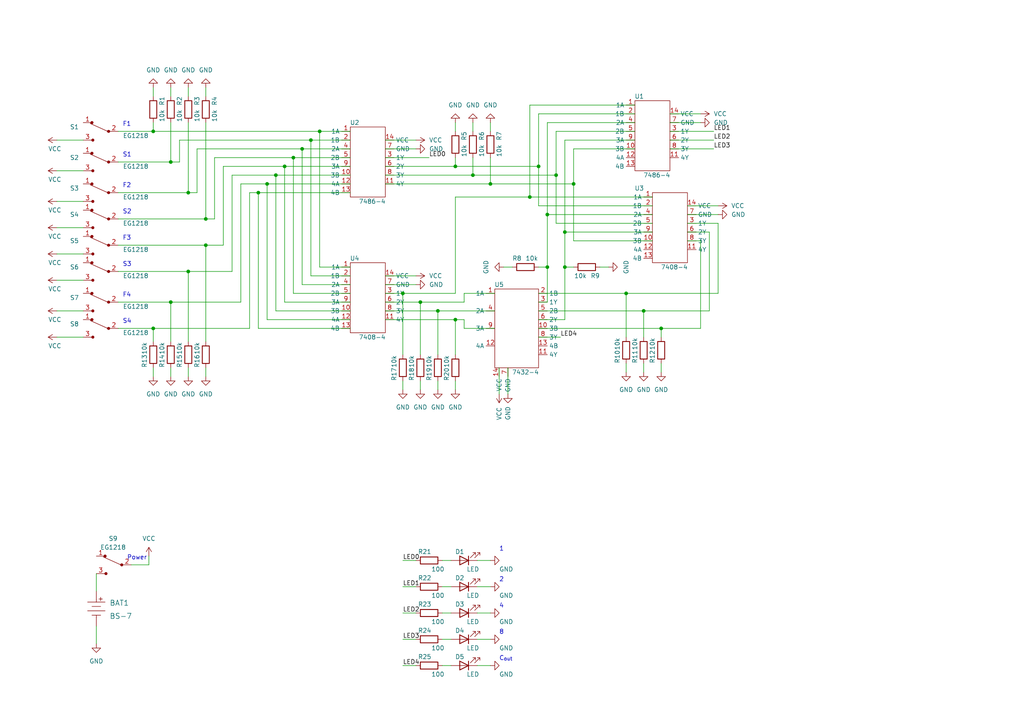
<source format=kicad_sch>
(kicad_sch (version 20211123) (generator eeschema)
  (paper "A4")
  (title_block (title "4-bit Binary Adder") (date "2022-05-31") (rev "v1.0") (comment 1 "https://creativecommons.org/licenses/by-sa/4.0/") (comment 2 "License: CC BY-SA 4.0") (comment 3 "Author: TwoSails"))
  (lib_symbols
    (symbol "4-bitAdder:7408-4"
      (property "Reference" "U" (at -5.08 11.43 0))
      (property "Value" "7408-4" (at 0 -11.43 0))
      (symbol "7408-4_0_1"
        (rectangle (start -6.35 10.16) (end 3.81 -10.16))
      )
      (symbol "7408-4_1_1"
        (pin input line (at -6.35 8.89 180) (length 2.54) (name "1A") (number "1"))
        (pin input line (at -6.35 -3.81 180) (length 2.54) (name "3B") (number "10"))
        (pin output line (at 3.81 -6.35 0) (length 2.54) (name "4Y") (number "11"))
        (pin input line (at -6.35 -6.35 180) (length 2.54) (name "4A") (number "12"))
        (pin input line (at -6.35 -8.89 180) (length 2.54) (name "4B") (number "13"))
        (pin input line (at 3.81 6.35 0) (length 2.54) (name "VCC") (number "14"))
        (pin input line (at -6.35 6.35 180) (length 2.54) (name "1B") (number "2"))
        (pin output line (at 3.81 1.27 0) (length 2.54) (name "1Y") (number "3"))
        (pin input line (at -6.35 3.81 180) (length 2.54) (name "2A") (number "4"))
        (pin input line (at -6.35 1.27 180) (length 2.54) (name "2B") (number "5"))
        (pin output line (at 3.81 -1.27 0) (length 2.54) (name "2Y") (number "6"))
        (pin input line (at 3.81 3.81 0) (length 2.54) (name "GND") (number "7"))
        (pin output line (at 3.81 -3.81 0) (length 2.54) (name "3Y") (number "8"))
        (pin input line (at -6.35 -1.27 180) (length 2.54) (name "3A") (number "9"))
      )
    )
    (symbol "4-bitAdder:7432-4"
      (property "Reference" "U?" (at -5.08 12.7 0))
      (property "Value" "7432-4" (at 2.54 -12.7 0))
      (symbol "7432-4_0_1"
        (rectangle (start -6.35 11.43) (end 6.35 -11.43))
      )
      (symbol "7432-4_1_1"
        (pin input line (at -6.35 10.16 180) (length 2.54) (name "1A") (number "1"))
        (pin input line (at 6.35 0 0) (length 2.54) (name "3B") (number "10"))
        (pin output line (at 6.35 -7.62 0) (length 2.54) (name "4Y") (number "11"))
        (pin input line (at -6.35 -5.08 180) (length 2.54) (name "4A") (number "12"))
        (pin input line (at 6.35 -5.08 0) (length 2.54) (name "4B") (number "13"))
        (pin input line (at -5.08 -11.43 270) (length 2.54) (name "VCC") (number "14"))
        (pin input line (at 6.35 10.16 0) (length 2.54) (name "1B") (number "2"))
        (pin output line (at 6.35 7.62 0) (length 2.54) (name "1Y") (number "3"))
        (pin input line (at -6.35 5.08 180) (length 2.54) (name "2A") (number "4"))
        (pin input line (at 6.35 5.08 0) (length 2.54) (name "2B") (number "5"))
        (pin output line (at 6.35 2.54 0) (length 2.54) (name "2Y") (number "6"))
        (pin input line (at -2.54 -11.43 270) (length 2.54) (name "GND") (number "7"))
        (pin output line (at 6.35 -2.54 0) (length 2.54) (name "3Y") (number "8"))
        (pin input line (at -6.35 0 180) (length 2.54) (name "3A") (number "9"))
      )
    )
    (symbol "4-bitAdder:7486-4"
      (property "Reference" "U?" (at 0 12.7 0))
      (property "Value" "7486-4" (at 1.27 -11.43 0))
      (symbol "7486-4_0_1"
        (rectangle (start -5.08 -10.16) (end 5.08 10.16))
      )
      (symbol "7486-4_1_1"
        (pin input line (at -5.08 8.89 180) (length 2.54) (name "1A") (number "1"))
        (pin input line (at -5.08 -3.81 180) (length 2.54) (name "3B") (number "10"))
        (pin output line (at 5.08 -6.35 0) (length 2.54) (name "4Y") (number "11"))
        (pin input line (at -5.08 -6.35 180) (length 2.54) (name "4A") (number "12"))
        (pin input line (at -5.08 -8.89 180) (length 2.54) (name "4B") (number "13"))
        (pin input line (at 5.08 6.35 0) (length 2.54) (name "VCC") (number "14"))
        (pin input line (at -5.08 6.35 180) (length 2.54) (name "1B") (number "2"))
        (pin output line (at 5.08 1.27 0) (length 2.54) (name "1Y") (number "3"))
        (pin input line (at -5.08 3.81 180) (length 2.54) (name "2A") (number "4"))
        (pin input line (at -5.08 1.27 180) (length 2.54) (name "2B") (number "5"))
        (pin output line (at 5.08 -1.27 0) (length 2.54) (name "2Y") (number "6"))
        (pin input line (at 5.08 3.81 0) (length 2.54) (name "GND") (number "7"))
        (pin output line (at 5.08 -3.81 0) (length 2.54) (name "3Y") (number "8"))
        (pin input line (at -5.08 -1.27 180) (length 2.54) (name "3A") (number "9"))
      )
    )
    (symbol "Device:LED" (pin_numbers hide) (pin_names (offset 1.016) hide)
      (property "Reference" "D" (at 0 2.54 0))
      (property "Value" "LED" (at 0 -2.54 0))
      (symbol "LED_0_1"
        (polyline (pts (xy -1.27 -1.27) (xy -1.27 1.27)) (stroke (width 0.254)))
        (polyline (pts (xy -1.27 0) (xy 1.27 0)))
        (polyline (pts (xy 1.27 -1.27) (xy 1.27 1.27) (xy -1.27 0) (xy 1.27 -1.27)) (stroke (width 0.254)))
        (polyline (pts (xy -3.048 -0.762) (xy -4.572 -2.286) (xy -3.81 -2.286) (xy -4.572 -2.286) (xy -4.572 -1.524)))
        (polyline (pts (xy -1.778 -0.762) (xy -3.302 -2.286) (xy -2.54 -2.286) (xy -3.302 -2.286) (xy -3.302 -1.524)))
      )
      (symbol "LED_1_1"
        (pin passive line (at -3.81 0 0) (length 2.54) (name "K") (number "1"))
        (pin passive line (at 3.81 0 180) (length 2.54) (name "A") (number "2"))
      )
    )
    (symbol "Device:R" (pin_numbers hide) (pin_names (offset 0))
      (property "Reference" "R" (at 2.032 0 90))
      (property "Value" "R" (at 0 0 90))
      (symbol "R_0_1"
        (rectangle (start -1.016 -2.54) (end 1.016 2.54) (stroke (width 0.254)))
      )
      (symbol "R_1_1"
        (pin passive line (at 0 3.81 270) (length 1.27) (name "~") (number "1"))
        (pin passive line (at 0 -3.81 90) (length 1.27) (name "~") (number "2"))
      )
    )
    (symbol "dk_Battery-Holders-Clips-Contacts:BS-7" (pin_numbers hide) (pin_names (offset 1.016))
      (property "Reference" "BAT" (at -1.27 3.81 0))
      (property "Value" "BS-7" (at -1.27 -3.81 0))
      (symbol "BS-7_1_1"
        (polyline (pts (xy 0 -2.54) (xy 0 -1.905)))
        (polyline (pts (xy 0 1.905) (xy 0 2.54)))
        (polyline (pts (xy 1.27 -1.905) (xy -1.27 -1.905)))
        (polyline (pts (xy 1.27 0.635) (xy -1.27 0.635)))
        (polyline (pts (xy 1.27 2.286) (xy 1.27 3.302)))
        (polyline (pts (xy 1.778 2.794) (xy 0.762 2.794)))
        (polyline (pts (xy 2.54 -0.635) (xy -2.54 -0.635)))
        (polyline (pts (xy 2.54 1.905) (xy -2.54 1.905)))
        (pin power_out line (at 0 -5.08 90) (length 2.54) (name "~") (number "Neg"))
        (pin power_out line (at 0 5.08 270) (length 2.54) (name "~") (number "Pos"))
      )
    )
    (symbol "dk_Slide-Switches:EG1218" (pin_names (offset 0))
      (property "Reference" "S" (at -3.81 2.286 0))
      (property "Value" "EG1218" (at 0 -5.334 0))
      (symbol "EG1218_0_1"
        (circle (center -2.286 0) (radius 0.3556) (fill (type outline)))
        (polyline (pts (xy -2.032 0) (xy 3.048 2.286)))
        (circle (center 2.286 -2.54) (radius 0.3556) (fill (type outline)))
        (circle (center 2.54 2.54) (radius 0.3556) (fill (type outline)))
      )
      (symbol "EG1218_1_1"
        (pin passive line (at 5.08 2.54 180) (length 2.54) (name "~") (number "1"))
        (pin passive line (at -5.08 0 0) (length 2.54) (name "~") (number "2"))
        (pin passive line (at 5.08 -2.54 180) (length 2.54) (name "~") (number "3"))
      )
    )
    (symbol "power:GND" (power) (pin_names (offset 0))
      (property "Value" "GND" (at 0 -3.81 0))
      (symbol "GND_0_1"
        (polyline (pts (xy 0 0) (xy 0 -1.27) (xy 1.27 -1.27) (xy 0 -2.54) (xy -1.27 -1.27) (xy 0 -1.27)))
      )
      (symbol "GND_1_1"
        (pin power_in line (at 0 0 270) (length 0) hide (name "GND") (number "1"))
      )
    )
    (symbol "power:VCC" (power) (pin_names (offset 0))
      (property "Value" "VCC" (at 0 3.81 0))
      (symbol "VCC_0_1"
        (polyline (pts (xy -0.762 1.27) (xy 0 2.54)))
        (polyline (pts (xy 0 0) (xy 0 2.54)))
        (polyline (pts (xy 0 2.54) (xy 0.762 1.27)))
      )
      (symbol "VCC_1_1"
        (pin power_in line (at 0 0 90) (length 0) hide (name "VCC") (number "1"))
      )
    )
  )
  (junction (at 181.61 85.09))
  (junction (at 158.75 77.47))
  (junction (at 44.45 38.1))
  (junction (at 90.17 40.64))
  (junction (at 186.69 90.17))
  (junction (at 77.47 53.34))
  (junction (at 116.84 85.09))
  (junction (at 54.61 78.74))
  (junction (at 191.77 95.25))
  (junction (at 163.83 77.47))
  (junction (at 163.83 67.31))
  (junction (at 166.37 53.34))
  (junction (at 127 90.17))
  (junction (at 74.93 55.88))
  (junction (at 132.08 92.71))
  (junction (at 44.45 95.25))
  (junction (at 82.55 48.26))
  (junction (at 156.21 48.26))
  (junction (at 161.29 50.8))
  (junction (at 153.67 57.15))
  (junction (at 85.09 45.72))
  (junction (at 59.69 63.5))
  (junction (at 54.61 55.88))
  (junction (at 49.53 46.99))
  (junction (at 49.53 87.63))
  (junction (at 87.63 43.18))
  (junction (at 142.24 53.34))
  (junction (at 158.75 62.23))
  (junction (at 121.92 87.63))
  (junction (at 92.71 38.1))
  (junction (at 80.01 50.8))
  (junction (at 59.69 71.12))
  (junction (at 137.16 50.8))
  (junction (at 132.08 48.26))
  (wire (pts (xy 90.17 40.64) (xy 101.6 40.64)))
  (wire (pts (xy 80.01 50.8) (xy 101.6 50.8)))
  (wire (pts (xy 59.69 71.12) (xy 59.69 99.06)))
  (wire (pts (xy 186.69 107.95) (xy 186.69 105.41)))
  (wire (pts (xy 127 110.49) (xy 127 113.03)))
  (wire (pts (xy 111.76 82.55) (xy 120.65 82.55)))
  (wire (pts (xy 134.62 85.09) (xy 143.51 85.09)))
  (wire (pts (xy 121.92 110.49) (xy 121.92 113.03)))
  (wire (pts (xy 134.62 95.25) (xy 143.51 95.25)))
  (wire (pts (xy 111.76 92.71) (xy 132.08 92.71)))
  (wire (pts (xy 54.61 106.68) (xy 54.61 109.22)))
  (wire (pts (xy 199.39 59.69) (xy 208.28 59.69)))
  (wire (pts (xy 132.08 92.71) (xy 132.08 102.87)))
  (wire (pts (xy 85.09 45.72) (xy 101.6 45.72)))
  (wire (pts (xy 34.29 55.88) (xy 54.61 55.88)))
  (wire (pts (xy 194.31 35.56) (xy 203.2 35.56)))
  (wire (pts (xy 128.27 177.8) (xy 130.81 177.8)))
  (wire (pts (xy 121.92 87.63) (xy 134.62 87.63)))
  (wire (pts (xy 137.16 35.56) (xy 137.16 38.1)))
  (wire (pts (xy 111.76 85.09) (xy 116.84 85.09)))
  (wire (pts (xy 163.83 67.31) (xy 163.83 77.47)))
  (wire (pts (xy 116.84 85.09) (xy 132.08 85.09)))
  (wire (pts (xy 181.61 85.09) (xy 208.28 85.09)))
  (wire (pts (xy 54.61 27.94) (xy 54.61 25.4)))
  (wire (pts (xy 142.24 53.34) (xy 166.37 53.34)))
  (wire (pts (xy 156.21 59.69) (xy 189.23 59.69)))
  (wire (pts (xy 77.47 53.34) (xy 77.47 92.71)))
  (wire (pts (xy 116.84 85.09) (xy 116.84 102.87)))
  (wire (pts (xy 44.45 95.25) (xy 72.39 95.25)))
  (wire (pts (xy 59.69 27.94) (xy 59.69 25.4)))
  (wire (pts (xy 128.27 170.18) (xy 130.81 170.18)))
  (wire (pts (xy 194.31 40.64) (xy 207.01 40.64)))
  (wire (pts (xy 166.37 69.85) (xy 189.23 69.85)))
  (wire (pts (xy 156.21 90.17) (xy 186.69 90.17)))
  (wire (pts (xy 186.69 90.17) (xy 186.69 97.79)))
  (wire (pts (xy 158.75 62.23) (xy 158.75 77.47)))
  (wire (pts (xy 147.32 106.68) (xy 147.32 114.3)))
  (wire (pts (xy 132.08 45.72) (xy 132.08 48.26)))
  (wire (pts (xy 49.53 106.68) (xy 49.53 109.22)))
  (wire (pts (xy 158.75 62.23) (xy 158.75 35.56)))
  (wire (pts (xy 111.76 87.63) (xy 121.92 87.63)))
  (wire (pts (xy 138.43 193.04) (xy 142.24 193.04)))
  (wire (pts (xy 85.09 85.09) (xy 85.09 45.72)))
  (wire (pts (xy 132.08 57.15) (xy 153.67 57.15)))
  (wire (pts (xy 69.85 53.34) (xy 77.47 53.34)))
  (wire (pts (xy 132.08 35.56) (xy 132.08 38.1)))
  (wire (pts (xy 64.77 71.12) (xy 59.69 71.12)))
  (wire (pts (xy 34.29 78.74) (xy 54.61 78.74)))
  (wire (pts (xy 203.2 69.85) (xy 203.2 95.25)))
  (wire (pts (xy 49.53 35.56) (xy 49.53 46.99)))
  (wire (pts (xy 64.77 48.26) (xy 82.55 48.26)))
  (wire (pts (xy 27.94 181.61) (xy 27.94 186.69)))
  (wire (pts (xy 128.27 162.56) (xy 130.81 162.56)))
  (wire (pts (xy 161.29 64.77) (xy 161.29 50.8)))
  (wire (pts (xy 161.29 50.8) (xy 161.29 38.1)))
  (wire (pts (xy 132.08 110.49) (xy 132.08 113.03)))
  (wire (pts (xy 54.61 78.74) (xy 67.31 78.74)))
  (wire (pts (xy 54.61 78.74) (xy 54.61 99.06)))
  (wire (pts (xy 199.39 62.23) (xy 208.28 62.23)))
  (wire (pts (xy 16.51 40.64) (xy 24.13 40.64)))
  (wire (pts (xy 54.61 35.56) (xy 54.61 55.88)))
  (wire (pts (xy 101.6 80.01) (xy 90.17 80.01)))
  (wire (pts (xy 166.37 53.34) (xy 166.37 43.18)))
  (wire (pts (xy 111.76 45.72) (xy 124.46 45.72)))
  (wire (pts (xy 134.62 87.63) (xy 134.62 85.09)))
  (wire (pts (xy 16.51 97.79) (xy 24.13 97.79)))
  (wire (pts (xy 92.71 38.1) (xy 101.6 38.1)))
  (wire (pts (xy 34.29 87.63) (xy 49.53 87.63)))
  (wire (pts (xy 163.83 77.47) (xy 166.37 77.47)))
  (wire (pts (xy 116.84 185.42) (xy 120.65 185.42)))
  (wire (pts (xy 101.6 90.17) (xy 80.01 90.17)))
  (wire (pts (xy 166.37 43.18) (xy 184.15 43.18)))
  (wire (pts (xy 111.76 80.01) (xy 120.65 80.01)))
  (wire (pts (xy 57.15 43.18) (xy 87.63 43.18)))
  (wire (pts (xy 49.53 27.94) (xy 49.53 25.4)))
  (wire (pts (xy 27.94 166.37) (xy 27.94 171.45)))
  (wire (pts (xy 163.83 67.31) (xy 163.83 40.64)))
  (wire (pts (xy 156.21 92.71) (xy 163.83 92.71)))
  (wire (pts (xy 72.39 95.25) (xy 72.39 55.88)))
  (wire (pts (xy 146.05 77.47) (xy 148.59 77.47)))
  (wire (pts (xy 72.39 55.88) (xy 74.93 55.88)))
  (wire (pts (xy 62.23 45.72) (xy 85.09 45.72)))
  (wire (pts (xy 161.29 64.77) (xy 189.23 64.77)))
  (wire (pts (xy 44.45 106.68) (xy 44.45 109.22)))
  (wire (pts (xy 166.37 69.85) (xy 166.37 53.34)))
  (wire (pts (xy 111.76 53.34) (xy 142.24 53.34)))
  (wire (pts (xy 74.93 95.25) (xy 74.93 55.88)))
  (wire (pts (xy 92.71 77.47) (xy 92.71 38.1)))
  (wire (pts (xy 191.77 107.95) (xy 191.77 105.41)))
  (wire (pts (xy 111.76 43.18) (xy 120.65 43.18)))
  (wire (pts (xy 161.29 38.1) (xy 184.15 38.1)))
  (wire (pts (xy 16.51 66.04) (xy 24.13 66.04)))
  (wire (pts (xy 128.27 185.42) (xy 130.81 185.42)))
  (wire (pts (xy 116.84 162.56) (xy 120.65 162.56)))
  (wire (pts (xy 116.84 193.04) (xy 120.65 193.04)))
  (wire (pts (xy 134.62 92.71) (xy 134.62 95.25)))
  (wire (pts (xy 16.51 58.42) (xy 24.13 58.42)))
  (wire (pts (xy 116.84 177.8) (xy 120.65 177.8)))
  (wire (pts (xy 138.43 177.8) (xy 142.24 177.8)))
  (wire (pts (xy 111.76 90.17) (xy 127 90.17)))
  (wire (pts (xy 111.76 48.26) (xy 132.08 48.26)))
  (wire (pts (xy 156.21 85.09) (xy 181.61 85.09)))
  (wire (pts (xy 186.69 90.17) (xy 205.74 90.17)))
  (wire (pts (xy 87.63 82.55) (xy 87.63 43.18)))
  (wire (pts (xy 34.29 95.25) (xy 44.45 95.25)))
  (wire (pts (xy 208.28 64.77) (xy 208.28 85.09)))
  (wire (pts (xy 38.1 163.83) (xy 43.18 163.83)))
  (wire (pts (xy 82.55 87.63) (xy 82.55 48.26)))
  (wire (pts (xy 16.51 81.28) (xy 24.13 81.28)))
  (wire (pts (xy 49.53 87.63) (xy 49.53 99.06)))
  (wire (pts (xy 138.43 170.18) (xy 142.24 170.18)))
  (wire (pts (xy 191.77 95.25) (xy 191.77 97.79)))
  (wire (pts (xy 67.31 78.74) (xy 67.31 50.8)))
  (wire (pts (xy 111.76 50.8) (xy 137.16 50.8)))
  (wire (pts (xy 43.18 163.83) (xy 43.18 161.29)))
  (wire (pts (xy 194.31 33.02) (xy 203.2 33.02)))
  (wire (pts (xy 34.29 63.5) (xy 59.69 63.5)))
  (wire (pts (xy 156.21 48.26) (xy 156.21 33.02)))
  (wire (pts (xy 67.31 50.8) (xy 80.01 50.8)))
  (wire (pts (xy 199.39 69.85) (xy 203.2 69.85)))
  (wire (pts (xy 203.2 95.25) (xy 191.77 95.25)))
  (wire (pts (xy 163.83 67.31) (xy 189.23 67.31)))
  (wire (pts (xy 138.43 185.42) (xy 142.24 185.42)))
  (wire (pts (xy 57.15 55.88) (xy 57.15 43.18)))
  (wire (pts (xy 74.93 55.88) (xy 101.6 55.88)))
  (wire (pts (xy 87.63 43.18) (xy 101.6 43.18)))
  (wire (pts (xy 44.45 95.25) (xy 44.45 99.06)))
  (wire (pts (xy 116.84 170.18) (xy 120.65 170.18)))
  (wire (pts (xy 156.21 87.63) (xy 158.75 87.63)))
  (wire (pts (xy 181.61 107.95) (xy 181.61 105.41)))
  (wire (pts (xy 64.77 71.12) (xy 64.77 48.26)))
  (wire (pts (xy 156.21 48.26) (xy 156.21 59.69)))
  (wire (pts (xy 52.07 46.99) (xy 52.07 40.64)))
  (wire (pts (xy 90.17 80.01) (xy 90.17 40.64)))
  (wire (pts (xy 142.24 45.72) (xy 142.24 53.34)))
  (wire (pts (xy 153.67 57.15) (xy 189.23 57.15)))
  (wire (pts (xy 153.67 30.48) (xy 184.15 30.48)))
  (wire (pts (xy 34.29 71.12) (xy 59.69 71.12)))
  (wire (pts (xy 44.45 27.94) (xy 44.45 25.4)))
  (wire (pts (xy 163.83 77.47) (xy 163.83 92.71)))
  (wire (pts (xy 101.6 95.25) (xy 74.93 95.25)))
  (wire (pts (xy 111.76 40.64) (xy 120.65 40.64)))
  (wire (pts (xy 181.61 85.09) (xy 181.61 97.79)))
  (wire (pts (xy 128.27 193.04) (xy 130.81 193.04)))
  (wire (pts (xy 205.74 67.31) (xy 205.74 90.17)))
  (wire (pts (xy 62.23 63.5) (xy 59.69 63.5)))
  (wire (pts (xy 153.67 57.15) (xy 153.67 30.48)))
  (wire (pts (xy 49.53 46.99) (xy 52.07 46.99)))
  (wire (pts (xy 137.16 45.72) (xy 137.16 50.8)))
  (wire (pts (xy 82.55 48.26) (xy 101.6 48.26)))
  (wire (pts (xy 158.75 77.47) (xy 158.75 87.63)))
  (wire (pts (xy 34.29 46.99) (xy 49.53 46.99)))
  (wire (pts (xy 144.78 106.68) (xy 144.78 114.3)))
  (wire (pts (xy 49.53 87.63) (xy 69.85 87.63)))
  (wire (pts (xy 101.6 85.09) (xy 85.09 85.09)))
  (wire (pts (xy 44.45 38.1) (xy 92.71 38.1)))
  (wire (pts (xy 199.39 67.31) (xy 205.74 67.31)))
  (wire (pts (xy 16.51 49.53) (xy 24.13 49.53)))
  (wire (pts (xy 138.43 162.56) (xy 142.24 162.56)))
  (wire (pts (xy 16.51 90.17) (xy 24.13 90.17)))
  (wire (pts (xy 142.24 35.56) (xy 142.24 38.1)))
  (wire (pts (xy 176.53 77.47) (xy 173.99 77.47)))
  (wire (pts (xy 121.92 87.63) (xy 121.92 102.87)))
  (wire (pts (xy 80.01 90.17) (xy 80.01 50.8)))
  (wire (pts (xy 34.29 38.1) (xy 44.45 38.1)))
  (wire (pts (xy 158.75 35.56) (xy 184.15 35.56)))
  (wire (pts (xy 132.08 48.26) (xy 156.21 48.26)))
  (wire (pts (xy 199.39 64.77) (xy 208.28 64.77)))
  (wire (pts (xy 137.16 50.8) (xy 161.29 50.8)))
  (wire (pts (xy 52.07 40.64) (xy 90.17 40.64)))
  (wire (pts (xy 44.45 35.56) (xy 44.45 38.1)))
  (wire (pts (xy 69.85 87.63) (xy 69.85 53.34)))
  (wire (pts (xy 194.31 38.1) (xy 207.01 38.1)))
  (wire (pts (xy 77.47 53.34) (xy 101.6 53.34)))
  (wire (pts (xy 62.23 63.5) (xy 62.23 45.72)))
  (wire (pts (xy 59.69 106.68) (xy 59.69 109.22)))
  (wire (pts (xy 158.75 62.23) (xy 189.23 62.23)))
  (wire (pts (xy 101.6 82.55) (xy 87.63 82.55)))
  (wire (pts (xy 132.08 92.71) (xy 134.62 92.71)))
  (wire (pts (xy 163.83 40.64) (xy 184.15 40.64)))
  (wire (pts (xy 16.51 73.66) (xy 24.13 73.66)))
  (wire (pts (xy 156.21 33.02) (xy 184.15 33.02)))
  (wire (pts (xy 59.69 35.56) (xy 59.69 63.5)))
  (wire (pts (xy 194.31 43.18) (xy 207.01 43.18)))
  (wire (pts (xy 191.77 95.25) (xy 156.21 95.25)))
  (wire (pts (xy 54.61 55.88) (xy 57.15 55.88)))
  (wire (pts (xy 127 90.17) (xy 127 102.87)))
  (wire (pts (xy 132.08 85.09) (xy 132.08 57.15)))
  (wire (pts (xy 101.6 77.47) (xy 92.71 77.47)))
  (wire (pts (xy 156.21 97.79) (xy 162.56 97.79)))
  (wire (pts (xy 116.84 110.49) (xy 116.84 113.03)))
  (wire (pts (xy 156.21 77.47) (xy 158.75 77.47)))
  (wire (pts (xy 101.6 87.63) (xy 82.55 87.63)))
  (wire (pts (xy 101.6 92.71) (xy 77.47 92.71)))
  (wire (pts (xy 127 90.17) (xy 143.51 90.17)))
  (text "Power\n" (at 36.83 162.56 0) (effects (font (size 1.27 1.27)) (justify left bottom)))
  (text "S2" (at 35.56 62.23 0) (effects (font (size 1.27 1.27)) (justify left bottom)))
  (text "F4" (at 35.56 86.36 0) (effects (font (size 1.27 1.27)) (justify left bottom)))
  (text "S4" (at 35.56 93.98 0) (effects (font (size 1.27 1.27)) (justify left bottom)))
  (text "S1" (at 35.56 45.72 0) (effects (font (size 1.27 1.27)) (justify left bottom)))
  (text "2\n" (at 144.78 168.91 0) (effects (font (size 1.27 1.27)) (justify left bottom)))
  (text "1\n" (at 144.78 160.02 0) (effects (font (size 1.27 1.27)) (justify left bottom)))
  (text "F2" (at 35.56 54.61 0) (effects (font (size 1.27 1.27)) (justify left bottom)))
  (text "F3" (at 35.56 69.85 0) (effects (font (size 1.27 1.27)) (justify left bottom)))
  (text "F1" (at 35.56 36.83 0) (effects (font (size 1.27 1.27)) (justify left bottom)))
  (text "4" (at 144.78 176.53 0) (effects (font (size 1.27 1.27)) (justify left bottom)))
  (text "8" (at 144.78 184.15 0) (effects (font (size 1.27 1.27)) (justify left bottom)))
  (text "S3" (at 35.56 77.47 0) (effects (font (size 1.27 1.27)) (justify left bottom)))
  (text "C_{out}\n" (at 144.78 191.77 0) (effects (font (size 1.27 1.27)) (justify left bottom)))
  (label "LED4" (at 116.84 193.04 0))
  (label "LED4" (at 162.56 97.79 0))
  (label "LED0" (at 116.84 162.56 0))
  (label "LED1" (at 207.01 38.1 0))
  (label "LED1" (at 116.84 170.18 0))
  (label "LED2" (at 116.84 177.8 0))
  (label "LED3" (at 207.01 43.18 0))
  (label "LED3" (at 116.84 185.42 0))
  (label "LED0" (at 124.46 45.72 0))
  (label "LED2" (at 207.01 40.64 0))
  (symbol (lib_id "power:GND") (at 142.24 35.56 180) (unit 1)
    (property "Reference" "#PWR08" (effects hide))
    (property "Value" "GND" (at 142.24 30.48 0))
  )
  (symbol (lib_id "dk_Slide-Switches:EG1218") (at 33.02 163.83 0) (mirror y) (unit 1)
    (property "Reference" "S9" (at 32.8168 156.21 0))
    (property "Value" "EG1218" (at 32.8168 158.75 0))
    (property "Footprint" "digikey-footprints:Switch_Slide_11.6x4mm_EG1218" (effects hide))
    (property "Datasheet" "http://spec_sheets.e-switch.com/specs/P040040.pdf" (effects hide))
    (property "Digi-Key_PN" "EG1903-ND" (effects hide))
    (property "MPN" "EG1218" (effects hide))
    (property "Category" "Switches" (effects hide))
    (property "Family" "Slide Switches" (effects hide))
    (property "DK_Datasheet_Link" "http://spec_sheets.e-switch.com/specs/P040040.pdf" (effects hide))
    (property "DK_Detail_Page" "/product-detail/en/e-switch/EG1218/EG1903-ND/101726" (effects hide))
    (property "Description" "SWITCH SLIDE SPDT 200MA 30V" (effects hide))
    (property "Manufacturer" "E-Switch" (effects hide))
    (property "Status" "Active" (effects hide))
  )
  (symbol (lib_id "Device:R") (at 44.45 102.87 0) (unit 1)
    (property "Reference" "R13" (at 41.91 106.68 90) (effects (justify left)))
    (property "Value" "10k" (at 41.91 102.87 90) (effects (justify left)))
    (property "Footprint" "Resistor_THT:R_Axial_DIN0207_L6.3mm_D2.5mm_P7.62mm_Horizontal" (effects hide))
  )
  (symbol (lib_id "Device:LED") (at 134.62 193.04 180) (unit 1)
    (property "Reference" "D5" (at 133.35 190.5 0))
    (property "Value" "LED" (at 137.16 195.58 0))
    (property "Footprint" "LED_THT:LED_D3.0mm" (effects hide))
  )
  (symbol (lib_id "power:GND") (at 27.94 186.69 0) (unit 1)
    (property "Reference" "#PWR044" (effects hide))
    (property "Value" "GND" (at 27.94 191.77 0))
  )
  (symbol (lib_id "Device:R") (at 54.61 102.87 0) (unit 1)
    (property "Reference" "R15" (at 52.07 106.68 90) (effects (justify left)))
    (property "Value" "10k" (at 52.07 102.87 90) (effects (justify left)))
    (property "Footprint" "Resistor_THT:R_Axial_DIN0207_L6.3mm_D2.5mm_P7.62mm_Horizontal" (effects hide))
  )
  (symbol (lib_id "Device:R") (at 124.46 193.04 90) (unit 1)
    (property "Reference" "R25" (at 123.19 190.5 90))
    (property "Value" "100" (at 127 195.58 90))
    (property "Footprint" "Resistor_THT:R_Axial_DIN0207_L6.3mm_D2.5mm_P7.62mm_Horizontal" (effects hide))
  )
  (symbol (lib_id "power:GND") (at 132.08 35.56 180) (unit 1)
    (property "Reference" "#PWR06" (effects hide))
    (property "Value" "GND" (at 132.08 30.48 0))
  )
  (symbol (lib_id "power:GND") (at 142.24 177.8 90) (unit 1)
    (property "Reference" "#PWR042" (effects hide))
    (property "Value" "GND" (at 144.78 180.34 90) (effects (justify right)))
  )
  (symbol (lib_id "power:VCC") (at 16.51 49.53 90) (unit 1)
    (property "Reference" "#PWR013" (effects hide))
    (property "Value" "VCC" (at 13.97 52.07 90) (effects (justify right)))
  )
  (symbol (lib_id "Device:R") (at 49.53 102.87 0) (unit 1)
    (property "Reference" "R14" (at 46.99 106.68 90) (effects (justify left)))
    (property "Value" "10k" (at 46.99 102.87 90) (effects (justify left)))
    (property "Footprint" "Resistor_THT:R_Axial_DIN0207_L6.3mm_D2.5mm_P7.62mm_Horizontal" (effects hide))
  )
  (symbol (lib_id "4-bitAdder:7408-4") (at 107.95 86.36 0) (unit 1)
    (property "Reference" "U4" (at 102.87 74.93 0))
    (property "Value" "7408-4" (at 107.95 97.79 0))
    (property "Footprint" "4-bitAdder:IC7408-4-PDIP" (effects hide))
  )
  (symbol (lib_id "power:GND") (at 54.61 109.22 0) (unit 1)
    (property "Reference" "#PWR031" (effects hide))
    (property "Value" "GND" (at 54.61 114.3 0))
  )
  (symbol (lib_id "power:GND") (at 59.69 25.4 180) (unit 1)
    (property "Reference" "#PWR04" (effects hide))
    (property "Value" "GND" (at 59.69 20.32 0))
  )
  (symbol (lib_id "power:GND") (at 142.24 162.56 90) (unit 1)
    (property "Reference" "#PWR040" (effects hide))
    (property "Value" "GND" (at 144.78 165.1 90) (effects (justify right)))
  )
  (symbol (lib_id "dk_Slide-Switches:EG1218") (at 29.21 63.5 0) (mirror y) (unit 1)
    (property "Reference" "S4" (at 21.59 62.23 0))
    (property "Value" "EG1218" (at 39.37 64.77 0))
    (property "Footprint" "digikey-footprints:Switch_Slide_11.6x4mm_EG1218" (effects hide))
    (property "Datasheet" "http://spec_sheets.e-switch.com/specs/P040040.pdf" (effects hide))
    (property "Digi-Key_PN" "EG1903-ND" (effects hide))
    (property "MPN" "EG1218" (effects hide))
    (property "Category" "Switches" (effects hide))
    (property "Family" "Slide Switches" (effects hide))
    (property "DK_Datasheet_Link" "http://spec_sheets.e-switch.com/specs/P040040.pdf" (effects hide))
    (property "DK_Detail_Page" "/product-detail/en/e-switch/EG1218/EG1903-ND/101726" (effects hide))
    (property "Description" "SWITCH SLIDE SPDT 200MA 30V" (effects hide))
    (property "Manufacturer" "E-Switch" (effects hide))
    (property "Status" "Active" (effects hide))
  )
  (symbol (lib_id "power:VCC") (at 16.51 73.66 90) (unit 1)
    (property "Reference" "#PWR018" (effects hide))
    (property "Value" "VCC" (at 13.97 76.2 90) (effects (justify right)))
  )
  (symbol (lib_id "power:GND") (at 181.61 107.95 0) (unit 1)
    (property "Reference" "#PWR026" (effects hide))
    (property "Value" "GND" (at 181.61 113.03 0))
  )
  (symbol (lib_id "power:VCC") (at 16.51 66.04 90) (unit 1)
    (property "Reference" "#PWR017" (effects hide))
    (property "Value" "VCC" (at 13.97 68.58 90) (effects (justify right)))
  )
  (symbol (lib_id "dk_Slide-Switches:EG1218") (at 29.21 55.88 0) (mirror y) (unit 1)
    (property "Reference" "S3" (at 21.59 54.61 0))
    (property "Value" "EG1218" (at 39.37 57.15 0))
    (property "Footprint" "digikey-footprints:Switch_Slide_11.6x4mm_EG1218" (effects hide))
    (property "Datasheet" "http://spec_sheets.e-switch.com/specs/P040040.pdf" (effects hide))
    (property "Digi-Key_PN" "EG1903-ND" (effects hide))
    (property "MPN" "EG1218" (effects hide))
    (property "Category" "Switches" (effects hide))
    (property "Family" "Slide Switches" (effects hide))
    (property "DK_Datasheet_Link" "http://spec_sheets.e-switch.com/specs/P040040.pdf" (effects hide))
    (property "DK_Detail_Page" "/product-detail/en/e-switch/EG1218/EG1903-ND/101726" (effects hide))
    (property "Description" "SWITCH SLIDE SPDT 200MA 30V" (effects hide))
    (property "Manufacturer" "E-Switch" (effects hide))
    (property "Status" "Active" (effects hide))
  )
  (symbol (lib_id "power:GND") (at 142.24 193.04 90) (unit 1)
    (property "Reference" "#PWR045" (effects hide))
    (property "Value" "GND" (at 144.78 195.58 90) (effects (justify right)))
  )
  (symbol (lib_id "Device:R") (at 121.92 106.68 0) (unit 1)
    (property "Reference" "R18" (at 119.38 110.49 90) (effects (justify left)))
    (property "Value" "10k" (at 119.38 106.68 90) (effects (justify left)))
    (property "Footprint" "Resistor_THT:R_Axial_DIN0207_L6.3mm_D2.5mm_P7.62mm_Horizontal" (effects hide))
  )
  (symbol (lib_id "Device:R") (at 44.45 31.75 180) (unit 1)
    (property "Reference" "R1" (at 46.99 27.94 90) (effects (justify left)))
    (property "Value" "10k" (at 46.99 31.75 90) (effects (justify left)))
    (property "Footprint" "Resistor_THT:R_Axial_DIN0207_L6.3mm_D2.5mm_P7.62mm_Horizontal" (effects hide))
  )
  (symbol (lib_id "Device:R") (at 170.18 77.47 90) (unit 1)
    (property "Reference" "R9" (at 173.99 80.01 90) (effects (justify left)))
    (property "Value" "10k" (at 170.18 80.01 90) (effects (justify left)))
    (property "Footprint" "Resistor_THT:R_Axial_DIN0207_L6.3mm_D2.5mm_P7.62mm_Horizontal" (effects hide))
  )
  (symbol (lib_id "power:VCC") (at 43.18 161.29 0) (unit 1)
    (property "Reference" "#PWR039" (effects hide))
    (property "Value" "VCC" (at 43.18 156.21 0))
  )
  (symbol (lib_id "Device:R") (at 116.84 106.68 0) (unit 1)
    (property "Reference" "R17" (at 114.3 110.49 90) (effects (justify left)))
    (property "Value" "10k" (at 114.3 106.68 90) (effects (justify left)))
    (property "Footprint" "Resistor_THT:R_Axial_DIN0207_L6.3mm_D2.5mm_P7.62mm_Horizontal" (effects hide))
  )
  (symbol (lib_id "Device:R") (at 132.08 106.68 0) (unit 1)
    (property "Reference" "R20" (at 129.54 110.49 90) (effects (justify left)))
    (property "Value" "10k" (at 129.54 106.68 90) (effects (justify left)))
    (property "Footprint" "Resistor_THT:R_Axial_DIN0207_L6.3mm_D2.5mm_P7.62mm_Horizontal" (effects hide))
  )
  (symbol (lib_id "4-bitAdder:7432-4") (at 149.86 95.25 0) (unit 1)
    (property "Reference" "U5" (at 144.78 82.55 0))
    (property "Value" "7432-4" (at 152.4 107.95 0))
    (property "Footprint" "4-bitAdder:IC7432-4-PDIP" (effects hide))
  )
  (symbol (lib_id "Device:LED") (at 134.62 177.8 180) (unit 1)
    (property "Reference" "D3" (at 133.35 175.26 0))
    (property "Value" "LED" (at 137.16 180.34 0))
    (property "Footprint" "LED_THT:LED_D3.0mm" (effects hide))
  )
  (symbol (lib_id "power:VCC") (at 120.65 80.01 270) (unit 1)
    (property "Reference" "#PWR021" (effects hide))
    (property "Value" "VCC" (at 128.27 80.01 90) (effects (justify right)))
  )
  (symbol (lib_id "power:VCC") (at 16.51 58.42 90) (unit 1)
    (property "Reference" "#PWR014" (effects hide))
    (property "Value" "VCC" (at 13.97 60.96 90) (effects (justify right)))
  )
  (symbol (lib_id "Device:R") (at 186.69 101.6 0) (unit 1)
    (property "Reference" "R11" (at 184.15 105.41 90) (effects (justify left)))
    (property "Value" "10k" (at 184.15 101.6 90) (effects (justify left)))
    (property "Footprint" "Resistor_THT:R_Axial_DIN0207_L6.3mm_D2.5mm_P7.62mm_Horizontal" (effects hide))
  )
  (symbol (lib_id "power:VCC") (at 16.51 81.28 90) (unit 1)
    (property "Reference" "#PWR022" (effects hide))
    (property "Value" "VCC" (at 13.97 83.82 90) (effects (justify right)))
  )
  (symbol (lib_id "dk_Slide-Switches:EG1218") (at 29.21 95.25 0) (mirror y) (unit 1)
    (property "Reference" "S8" (at 21.59 93.98 0))
    (property "Value" "EG1218" (at 39.37 96.52 0))
    (property "Footprint" "digikey-footprints:Switch_Slide_11.6x4mm_EG1218" (effects hide))
    (property "Datasheet" "http://spec_sheets.e-switch.com/specs/P040040.pdf" (effects hide))
    (property "Digi-Key_PN" "EG1903-ND" (effects hide))
    (property "MPN" "EG1218" (effects hide))
    (property "Category" "Switches" (effects hide))
    (property "Family" "Slide Switches" (effects hide))
    (property "DK_Datasheet_Link" "http://spec_sheets.e-switch.com/specs/P040040.pdf" (effects hide))
    (property "DK_Detail_Page" "/product-detail/en/e-switch/EG1218/EG1903-ND/101726" (effects hide))
    (property "Description" "SWITCH SLIDE SPDT 200MA 30V" (effects hide))
    (property "Manufacturer" "E-Switch" (effects hide))
    (property "Status" "Active" (effects hide))
  )
  (symbol (lib_id "Device:R") (at 181.61 101.6 0) (unit 1)
    (property "Reference" "R10" (at 179.07 105.41 90) (effects (justify left)))
    (property "Value" "10k" (at 179.07 101.6 90) (effects (justify left)))
    (property "Footprint" "Resistor_THT:R_Axial_DIN0207_L6.3mm_D2.5mm_P7.62mm_Horizontal" (effects hide))
  )
  (symbol (lib_id "power:VCC") (at 144.78 114.3 180) (unit 1)
    (property "Reference" "#PWR037" (effects hide))
    (property "Value" "VCC" (at 144.78 121.92 90) (effects (justify right)))
  )
  (symbol (lib_id "dk_Slide-Switches:EG1218") (at 29.21 46.99 0) (mirror y) (unit 1)
    (property "Reference" "S2" (at 21.59 45.72 0))
    (property "Value" "EG1218" (at 39.37 48.26 0))
    (property "Footprint" "digikey-footprints:Switch_Slide_11.6x4mm_EG1218" (effects hide))
    (property "Datasheet" "http://spec_sheets.e-switch.com/specs/P040040.pdf" (effects hide))
    (property "Digi-Key_PN" "EG1903-ND" (effects hide))
    (property "MPN" "EG1218" (effects hide))
    (property "Category" "Switches" (effects hide))
    (property "Family" "Slide Switches" (effects hide))
    (property "DK_Datasheet_Link" "http://spec_sheets.e-switch.com/specs/P040040.pdf" (effects hide))
    (property "DK_Detail_Page" "/product-detail/en/e-switch/EG1218/EG1903-ND/101726" (effects hide))
    (property "Description" "SWITCH SLIDE SPDT 200MA 30V" (effects hide))
    (property "Manufacturer" "E-Switch" (effects hide))
    (property "Status" "Active" (effects hide))
  )
  (symbol (lib_id "Device:R") (at 54.61 31.75 180) (unit 1)
    (property "Reference" "R3" (at 57.15 27.94 90) (effects (justify left)))
    (property "Value" "10k" (at 57.15 31.75 90) (effects (justify left)))
    (property "Footprint" "Resistor_THT:R_Axial_DIN0207_L6.3mm_D2.5mm_P7.62mm_Horizontal" (effects hide))
  )
  (symbol (lib_id "dk_Slide-Switches:EG1218") (at 29.21 87.63 0) (mirror y) (unit 1)
    (property "Reference" "S7" (at 21.59 86.36 0))
    (property "Value" "EG1218" (at 39.37 88.9 0))
    (property "Footprint" "digikey-footprints:Switch_Slide_11.6x4mm_EG1218" (effects hide))
    (property "Datasheet" "http://spec_sheets.e-switch.com/specs/P040040.pdf" (effects hide))
    (property "Digi-Key_PN" "EG1903-ND" (effects hide))
    (property "MPN" "EG1218" (effects hide))
    (property "Category" "Switches" (effects hide))
    (property "Family" "Slide Switches" (effects hide))
    (property "DK_Datasheet_Link" "http://spec_sheets.e-switch.com/specs/P040040.pdf" (effects hide))
    (property "DK_Detail_Page" "/product-detail/en/e-switch/EG1218/EG1903-ND/101726" (effects hide))
    (property "Description" "SWITCH SLIDE SPDT 200MA 30V" (effects hide))
    (property "Manufacturer" "E-Switch" (effects hide))
    (property "Status" "Active" (effects hide))
  )
  (symbol (lib_id "power:GND") (at 59.69 109.22 0) (unit 1)
    (property "Reference" "#PWR032" (effects hide))
    (property "Value" "GND" (at 59.69 114.3 0))
  )
  (symbol (lib_id "power:GND") (at 49.53 25.4 180) (unit 1)
    (property "Reference" "#PWR02" (effects hide))
    (property "Value" "GND" (at 49.53 20.32 0))
  )
  (symbol (lib_id "power:VCC") (at 203.2 33.02 270) (unit 1)
    (property "Reference" "#PWR05" (effects hide))
    (property "Value" "VCC" (at 210.82 33.02 90) (effects (justify right)))
  )
  (symbol (lib_id "power:GND") (at 44.45 25.4 180) (unit 1)
    (property "Reference" "#PWR01" (effects hide))
    (property "Value" "GND" (at 44.45 20.32 0))
  )
  (symbol (lib_id "dk_Battery-Holders-Clips-Contacts:BS-7") (at 27.94 176.53 0) (unit 1)
    (property "Reference" "BAT1" (at 31.75 174.879 0) (effects (font (size 1.524 1.524)) (justify left)))
    (property "Value" "BS-7" (at 31.75 178.689 0) (effects (font (size 1.524 1.524)) (justify left)))
    (property "Footprint" "digikey-footprints:Battery_Holder_Coin_2032_BS-7" (effects hide))
    (property "Datasheet" "http://www.memoryprotectiondevices.com/datasheets/BS-7-datasheet.pdf" (effects hide))
    (property "Digi-Key_PN" "BS-7-ND" (effects hide))
    (property "MPN" "BS-7" (effects hide))
    (property "Category" "Battery Products" (effects hide))
    (property "Family" "Battery Holders, Clips, Contacts" (effects hide))
    (property "DK_Datasheet_Link" "http://www.memoryprotectiondevices.com/datasheets/BS-7-datasheet.pdf" (effects hide))
    (property "DK_Detail_Page" "/product-detail/en/mpd-memory-protection-devices/BS-7/BS-7-ND/389447" (effects hide))
    (property "Description" "BATTERY HOLDER COIN 20MM PC PIN" (effects hide))
    (property "Manufacturer" "MPD (Memory Protection Devices)" (effects hide))
    (property "Status" "Active" (effects hide))
  )
  (symbol (lib_id "power:GND") (at 120.65 82.55 90) (unit 1)
    (property "Reference" "#PWR023" (effects hide))
    (property "Value" "GND" (at 124.46 82.5499 90) (effects (justify right)))
  )
  (symbol (lib_id "power:GND") (at 176.53 77.47 90) (unit 1)
    (property "Reference" "#PWR020" (effects hide))
    (property "Value" "GND" (at 181.61 77.47 0))
  )
  (symbol (lib_id "dk_Slide-Switches:EG1218") (at 29.21 71.12 0) (mirror y) (unit 1)
    (property "Reference" "S5" (at 21.59 69.85 0))
    (property "Value" "EG1218" (at 39.37 72.39 0))
    (property "Footprint" "digikey-footprints:Switch_Slide_11.6x4mm_EG1218" (effects hide))
    (property "Datasheet" "http://spec_sheets.e-switch.com/specs/P040040.pdf" (effects hide))
    (property "Digi-Key_PN" "EG1903-ND" (effects hide))
    (property "MPN" "EG1218" (effects hide))
    (property "Category" "Switches" (effects hide))
    (property "Family" "Slide Switches" (effects hide))
    (property "DK_Datasheet_Link" "http://spec_sheets.e-switch.com/specs/P040040.pdf" (effects hide))
    (property "DK_Detail_Page" "/product-detail/en/e-switch/EG1218/EG1903-ND/101726" (effects hide))
    (property "Description" "SWITCH SLIDE SPDT 200MA 30V" (effects hide))
    (property "Manufacturer" "E-Switch" (effects hide))
    (property "Status" "Active" (effects hide))
  )
  (symbol (lib_id "power:VCC") (at 16.51 40.64 90) (unit 1)
    (property "Reference" "#PWR010" (effects hide))
    (property "Value" "VCC" (at 13.97 43.18 90) (effects (justify right)))
  )
  (symbol (lib_id "Device:LED") (at 134.62 185.42 180) (unit 1)
    (property "Reference" "D4" (at 133.35 182.88 0))
    (property "Value" "LED" (at 137.16 187.96 0))
    (property "Footprint" "LED_THT:LED_D3.0mm" (effects hide))
  )
  (symbol (lib_id "power:VCC") (at 16.51 90.17 90) (unit 1)
    (property "Reference" "#PWR024" (effects hide))
    (property "Value" "VCC" (at 13.97 92.71 90) (effects (justify right)))
  )
  (symbol (lib_id "power:GND") (at 186.69 107.95 0) (unit 1)
    (property "Reference" "#PWR027" (effects hide))
    (property "Value" "GND" (at 186.69 113.03 0))
  )
  (symbol (lib_id "power:GND") (at 147.32 114.3 0) (unit 1)
    (property "Reference" "#PWR038" (effects hide))
    (property "Value" "GND" (at 147.32 121.92 90) (effects (justify left)))
  )
  (symbol (lib_id "power:GND") (at 44.45 109.22 0) (unit 1)
    (property "Reference" "#PWR029" (effects hide))
    (property "Value" "GND" (at 44.45 114.3 0))
  )
  (symbol (lib_id "Device:R") (at 59.69 102.87 0) (unit 1)
    (property "Reference" "R16" (at 57.15 106.68 90) (effects (justify left)))
    (property "Value" "10k" (at 57.15 102.87 90) (effects (justify left)))
    (property "Footprint" "Resistor_THT:R_Axial_DIN0207_L6.3mm_D2.5mm_P7.62mm_Horizontal" (effects hide))
  )
  (symbol (lib_id "power:GND") (at 146.05 77.47 270) (unit 1)
    (property "Reference" "#PWR019" (effects hide))
    (property "Value" "GND" (at 140.97 77.47 0))
  )
  (symbol (lib_id "power:GND") (at 137.16 35.56 180) (unit 1)
    (property "Reference" "#PWR07" (effects hide))
    (property "Value" "GND" (at 137.16 30.48 0))
  )
  (symbol (lib_id "power:VCC") (at 120.65 40.64 270) (unit 1)
    (property "Reference" "#PWR011" (effects hide))
    (property "Value" "VCC" (at 128.27 40.64 90) (effects (justify right)))
  )
  (symbol (lib_id "power:VCC") (at 16.51 97.79 90) (unit 1)
    (property "Reference" "#PWR025" (effects hide))
    (property "Value" "VCC" (at 13.97 100.33 90) (effects (justify right)))
  )
  (symbol (lib_id "power:GND") (at 127 113.03 0) (unit 1)
    (property "Reference" "#PWR035" (effects hide))
    (property "Value" "GND" (at 127 118.11 0))
  )
  (symbol (lib_id "Device:R") (at 124.46 162.56 90) (unit 1)
    (property "Reference" "R21" (at 123.19 160.02 90))
    (property "Value" "100" (at 127 165.1 90))
    (property "Footprint" "Resistor_THT:R_Axial_DIN0207_L6.3mm_D2.5mm_P7.62mm_Horizontal" (effects hide))
  )
  (symbol (lib_id "dk_Slide-Switches:EG1218") (at 29.21 38.1 0) (mirror y) (unit 1)
    (property "Reference" "S1" (at 21.59 36.83 0))
    (property "Value" "EG1218" (at 39.37 39.37 0))
    (property "Footprint" "digikey-footprints:Switch_Slide_11.6x4mm_EG1218" (effects hide))
    (property "Datasheet" "http://spec_sheets.e-switch.com/specs/P040040.pdf" (effects hide))
    (property "Digi-Key_PN" "EG1903-ND" (effects hide))
    (property "MPN" "EG1218" (effects hide))
    (property "Category" "Switches" (effects hide))
    (property "Family" "Slide Switches" (effects hide))
    (property "DK_Datasheet_Link" "http://spec_sheets.e-switch.com/specs/P040040.pdf" (effects hide))
    (property "DK_Detail_Page" "/product-detail/en/e-switch/EG1218/EG1903-ND/101726" (effects hide))
    (property "Description" "SWITCH SLIDE SPDT 200MA 30V" (effects hide))
    (property "Manufacturer" "E-Switch" (effects hide))
    (property "Status" "Active" (effects hide))
  )
  (symbol (lib_id "Device:R") (at 132.08 41.91 180) (unit 1)
    (property "Reference" "R5" (at 134.62 38.1 90) (effects (justify left)))
    (property "Value" "10k" (at 134.62 41.91 90) (effects (justify left)))
    (property "Footprint" "Resistor_THT:R_Axial_DIN0207_L6.3mm_D2.5mm_P7.62mm_Horizontal" (effects hide))
  )
  (symbol (lib_id "4-bitAdder:7408-4") (at 195.58 66.04 0) (unit 1)
    (property "Reference" "U3" (at 185.42 54.61 0))
    (property "Value" "7408-4" (at 195.58 77.47 0))
    (property "Footprint" "4-bitAdder:IC7408-4-PDIP" (effects hide))
  )
  (symbol (lib_id "Device:LED") (at 134.62 170.18 180) (unit 1)
    (property "Reference" "D2" (at 133.35 167.64 0))
    (property "Value" "LED" (at 137.16 172.72 0))
    (property "Footprint" "LED_THT:LED_D3.0mm" (effects hide))
  )
  (symbol (lib_id "power:GND") (at 142.24 185.42 90) (unit 1)
    (property "Reference" "#PWR043" (effects hide))
    (property "Value" "GND" (at 144.78 187.96 90) (effects (justify right)))
  )
  (symbol (lib_id "Device:R") (at 124.46 177.8 90) (unit 1)
    (property "Reference" "R23" (at 123.19 175.26 90))
    (property "Value" "100" (at 127 180.34 90))
    (property "Footprint" "Resistor_THT:R_Axial_DIN0207_L6.3mm_D2.5mm_P7.62mm_Horizontal" (effects hide))
  )
  (symbol (lib_id "power:VCC") (at 208.28 59.69 270) (unit 1)
    (property "Reference" "#PWR015" (effects hide))
    (property "Value" "VCC" (at 215.9 59.69 90) (effects (justify right)))
  )
  (symbol (lib_id "Device:LED") (at 134.62 162.56 180) (unit 1)
    (property "Reference" "D1" (at 133.35 160.02 0))
    (property "Value" "LED" (at 137.16 165.1 0))
    (property "Footprint" "LED_THT:LED_D3.0mm" (effects hide))
  )
  (symbol (lib_id "power:GND") (at 54.61 25.4 180) (unit 1)
    (property "Reference" "#PWR03" (effects hide))
    (property "Value" "GND" (at 54.61 20.32 0))
  )
  (symbol (lib_id "Device:R") (at 142.24 41.91 180) (unit 1)
    (property "Reference" "R7" (at 144.78 38.1 90) (effects (justify left)))
    (property "Value" "10k" (at 144.78 41.91 90) (effects (justify left)))
    (property "Footprint" "Resistor_THT:R_Axial_DIN0207_L6.3mm_D2.5mm_P7.62mm_Horizontal" (effects hide))
  )
  (symbol (lib_id "4-bitAdder:7486-4") (at 189.23 39.37 0) (unit 1)
    (property "Reference" "U1" (at 185.42 27.94 0))
    (property "Value" "7486-4" (at 190.5 50.8 0))
    (property "Footprint" "4-bitAdder:IC7486-4-PDIP" (effects hide))
  )
  (symbol (lib_id "Device:R") (at 152.4 77.47 270) (unit 1)
    (property "Reference" "R8" (at 148.59 74.93 90) (effects (justify left)))
    (property "Value" "10k" (at 152.4 74.93 90) (effects (justify left)))
    (property "Footprint" "Resistor_THT:R_Axial_DIN0207_L6.3mm_D2.5mm_P7.62mm_Horizontal" (effects hide))
  )
  (symbol (lib_id "power:GND") (at 203.2 35.56 90) (unit 1)
    (property "Reference" "#PWR09" (effects hide))
    (property "Value" "GND" (at 207.01 35.5599 90) (effects (justify right)))
  )
  (symbol (lib_id "Device:R") (at 137.16 41.91 180) (unit 1)
    (property "Reference" "R6" (at 139.7 38.1 90) (effects (justify left)))
    (property "Value" "10k" (at 139.7 41.91 90) (effects (justify left)))
    (property "Footprint" "Resistor_THT:R_Axial_DIN0207_L6.3mm_D2.5mm_P7.62mm_Horizontal" (effects hide))
  )
  (symbol (lib_id "Device:R") (at 59.69 31.75 180) (unit 1)
    (property "Reference" "R4" (at 62.23 27.94 90) (effects (justify left)))
    (property "Value" "10k" (at 62.23 31.75 90) (effects (justify left)))
    (property "Footprint" "Resistor_THT:R_Axial_DIN0207_L6.3mm_D2.5mm_P7.62mm_Horizontal" (effects hide))
  )
  (symbol (lib_id "Device:R") (at 124.46 185.42 90) (unit 1)
    (property "Reference" "R24" (at 123.19 182.88 90))
    (property "Value" "100" (at 127 187.96 90))
    (property "Footprint" "Resistor_THT:R_Axial_DIN0207_L6.3mm_D2.5mm_P7.62mm_Horizontal" (effects hide))
  )
  (symbol (lib_id "power:GND") (at 49.53 109.22 0) (unit 1)
    (property "Reference" "#PWR030" (effects hide))
    (property "Value" "GND" (at 49.53 114.3 0))
  )
  (symbol (lib_id "Device:R") (at 124.46 170.18 90) (unit 1)
    (property "Reference" "R22" (at 123.19 167.64 90))
    (property "Value" "100" (at 127 172.72 90))
    (property "Footprint" "Resistor_THT:R_Axial_DIN0207_L6.3mm_D2.5mm_P7.62mm_Horizontal" (effects hide))
  )
  (symbol (lib_id "power:GND") (at 116.84 113.03 0) (unit 1)
    (property "Reference" "#PWR033" (effects hide))
    (property "Value" "GND" (at 116.84 118.11 0))
  )
  (symbol (lib_id "power:GND") (at 132.08 113.03 0) (unit 1)
    (property "Reference" "#PWR036" (effects hide))
    (property "Value" "GND" (at 132.08 118.11 0))
  )
  (symbol (lib_id "Device:R") (at 127 106.68 0) (unit 1)
    (property "Reference" "R19" (at 124.46 110.49 90) (effects (justify left)))
    (property "Value" "10k" (at 124.46 106.68 90) (effects (justify left)))
    (property "Footprint" "Resistor_THT:R_Axial_DIN0207_L6.3mm_D2.5mm_P7.62mm_Horizontal" (effects hide))
  )
  (symbol (lib_id "power:GND") (at 121.92 113.03 0) (unit 1)
    (property "Reference" "#PWR034" (effects hide))
    (property "Value" "GND" (at 121.92 118.11 0))
  )
  (symbol (lib_id "power:GND") (at 142.24 170.18 90) (unit 1)
    (property "Reference" "#PWR041" (effects hide))
    (property "Value" "GND" (at 144.78 172.72 90) (effects (justify right)))
  )
  (symbol (lib_id "4-bitAdder:7486-4") (at 106.68 46.99 0) (unit 1)
    (property "Reference" "U2" (at 102.87 35.56 0))
    (property "Value" "7486-4" (at 107.95 58.42 0))
    (property "Footprint" "4-bitAdder:IC7486-4-PDIP" (effects hide))
  )
  (symbol (lib_id "power:GND") (at 120.65 43.18 90) (unit 1)
    (property "Reference" "#PWR012" (effects hide))
    (property "Value" "GND" (at 124.46 43.1799 90) (effects (justify right)))
  )
  (symbol (lib_id "Device:R") (at 191.77 101.6 0) (unit 1)
    (property "Reference" "R12" (at 189.23 105.41 90) (effects (justify left)))
    (property "Value" "10k" (at 189.23 101.6 90) (effects (justify left)))
    (property "Footprint" "Resistor_THT:R_Axial_DIN0207_L6.3mm_D2.5mm_P7.62mm_Horizontal" (effects hide))
  )
  (symbol (lib_id "Device:R") (at 49.53 31.75 180) (unit 1)
    (property "Reference" "R2" (at 52.07 27.94 90) (effects (justify left)))
    (property "Value" "10k" (at 52.07 31.75 90) (effects (justify left)))
    (property "Footprint" "Resistor_THT:R_Axial_DIN0207_L6.3mm_D2.5mm_P7.62mm_Horizontal" (effects hide))
  )
  (symbol (lib_id "power:GND") (at 208.28 62.23 90) (unit 1)
    (property "Reference" "#PWR016" (effects hide))
    (property "Value" "GND" (at 212.09 62.2299 90) (effects (justify right)))
  )
  (symbol (lib_id "dk_Slide-Switches:EG1218") (at 29.21 78.74 0) (mirror y) (unit 1)
    (property "Reference" "S6" (at 21.59 77.47 0))
    (property "Value" "EG1218" (at 39.37 80.01 0))
    (property "Footprint" "digikey-footprints:Switch_Slide_11.6x4mm_EG1218" (effects hide))
    (property "Datasheet" "http://spec_sheets.e-switch.com/specs/P040040.pdf" (effects hide))
    (property "Digi-Key_PN" "EG1903-ND" (effects hide))
    (property "MPN" "EG1218" (effects hide))
    (property "Category" "Switches" (effects hide))
    (property "Family" "Slide Switches" (effects hide))
    (property "DK_Datasheet_Link" "http://spec_sheets.e-switch.com/specs/P040040.pdf" (effects hide))
    (property "DK_Detail_Page" "/product-detail/en/e-switch/EG1218/EG1903-ND/101726" (effects hide))
    (property "Description" "SWITCH SLIDE SPDT 200MA 30V" (effects hide))
    (property "Manufacturer" "E-Switch" (effects hide))
    (property "Status" "Active" (effects hide))
  )
  (symbol (lib_id "power:GND") (at 191.77 107.95 0) (unit 1)
    (property "Reference" "#PWR028" (effects hide))
    (property "Value" "GND" (at 191.77 113.03 0))
  )
)
</source>
